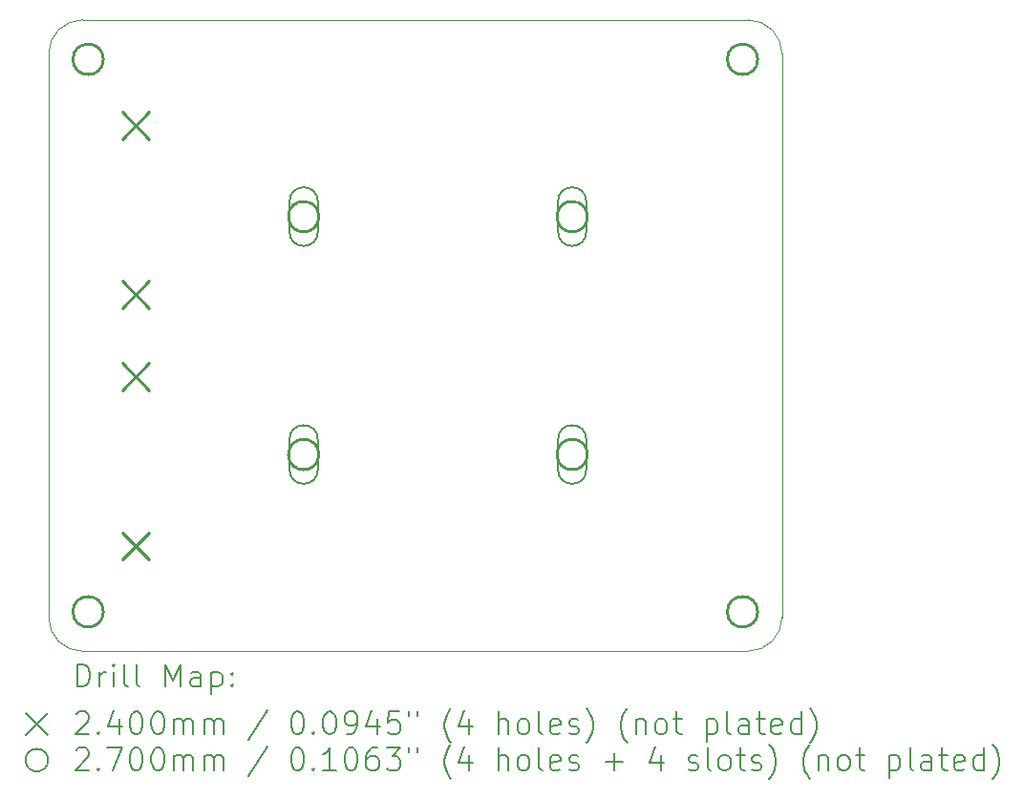
<source format=gbr>
%FSLAX45Y45*%
G04 Gerber Fmt 4.5, Leading zero omitted, Abs format (unit mm)*
G04 Created by KiCad (PCBNEW (6.0.2)) date 2022-03-15 19:16:56*
%MOMM*%
%LPD*%
G01*
G04 APERTURE LIST*
%TA.AperFunction,Profile*%
%ADD10C,0.100000*%
%TD*%
%ADD11C,0.200000*%
%ADD12C,0.240000*%
%ADD13C,0.270000*%
G04 APERTURE END LIST*
D10*
X11000000Y-5600000D02*
G75*
G03*
X10700000Y-5900000I0J-300000D01*
G01*
X10700000Y-10900000D02*
G75*
G03*
X11000000Y-11200000I300000J0D01*
G01*
X16900000Y-11200000D02*
G75*
G03*
X17200000Y-10900000I0J300000D01*
G01*
X11000000Y-11200000D02*
X16900000Y-11200000D01*
X16900000Y-5600000D02*
X11000000Y-5600000D01*
X17200000Y-10900000D02*
X17200000Y-5900000D01*
X17200000Y-5900000D02*
G75*
G03*
X16900000Y-5600000I-300000J0D01*
G01*
X10700000Y-5900000D02*
X10700000Y-10900000D01*
D11*
D12*
X11352500Y-6415833D02*
X11592500Y-6655833D01*
X11592500Y-6415833D02*
X11352500Y-6655833D01*
X11352500Y-7915833D02*
X11592500Y-8155833D01*
X11592500Y-7915833D02*
X11352500Y-8155833D01*
X11352500Y-8644167D02*
X11592500Y-8884167D01*
X11592500Y-8644167D02*
X11352500Y-8884167D01*
X11352500Y-10144167D02*
X11592500Y-10384167D01*
X11592500Y-10144167D02*
X11352500Y-10384167D01*
D13*
X11185000Y-5950000D02*
G75*
G03*
X11185000Y-5950000I-135000J0D01*
G01*
X11185000Y-10850000D02*
G75*
G03*
X11185000Y-10850000I-135000J0D01*
G01*
X13095000Y-7345000D02*
G75*
G03*
X13095000Y-7345000I-135000J0D01*
G01*
D11*
X13085000Y-7480000D02*
X13085000Y-7210000D01*
X12835000Y-7480000D02*
X12835000Y-7210000D01*
X13085000Y-7210000D02*
G75*
G03*
X12835000Y-7210000I-125000J0D01*
G01*
X12835000Y-7480000D02*
G75*
G03*
X13085000Y-7480000I125000J0D01*
G01*
D13*
X13095000Y-9455000D02*
G75*
G03*
X13095000Y-9455000I-135000J0D01*
G01*
D11*
X13085000Y-9590000D02*
X13085000Y-9320000D01*
X12835000Y-9590000D02*
X12835000Y-9320000D01*
X13085000Y-9320000D02*
G75*
G03*
X12835000Y-9320000I-125000J0D01*
G01*
X12835000Y-9590000D02*
G75*
G03*
X13085000Y-9590000I125000J0D01*
G01*
D13*
X15475000Y-7345000D02*
G75*
G03*
X15475000Y-7345000I-135000J0D01*
G01*
D11*
X15465000Y-7480000D02*
X15465000Y-7210000D01*
X15215000Y-7480000D02*
X15215000Y-7210000D01*
X15465000Y-7210000D02*
G75*
G03*
X15215000Y-7210000I-125000J0D01*
G01*
X15215000Y-7480000D02*
G75*
G03*
X15465000Y-7480000I125000J0D01*
G01*
D13*
X15475000Y-9455000D02*
G75*
G03*
X15475000Y-9455000I-135000J0D01*
G01*
D11*
X15465000Y-9590000D02*
X15465000Y-9320000D01*
X15215000Y-9590000D02*
X15215000Y-9320000D01*
X15465000Y-9320000D02*
G75*
G03*
X15215000Y-9320000I-125000J0D01*
G01*
X15215000Y-9590000D02*
G75*
G03*
X15465000Y-9590000I125000J0D01*
G01*
D13*
X16985000Y-5950000D02*
G75*
G03*
X16985000Y-5950000I-135000J0D01*
G01*
X16985000Y-10850000D02*
G75*
G03*
X16985000Y-10850000I-135000J0D01*
G01*
D11*
X10952619Y-11515476D02*
X10952619Y-11315476D01*
X11000238Y-11315476D01*
X11028810Y-11325000D01*
X11047857Y-11344048D01*
X11057381Y-11363095D01*
X11066905Y-11401190D01*
X11066905Y-11429762D01*
X11057381Y-11467857D01*
X11047857Y-11486905D01*
X11028810Y-11505952D01*
X11000238Y-11515476D01*
X10952619Y-11515476D01*
X11152619Y-11515476D02*
X11152619Y-11382143D01*
X11152619Y-11420238D02*
X11162143Y-11401190D01*
X11171667Y-11391667D01*
X11190714Y-11382143D01*
X11209762Y-11382143D01*
X11276428Y-11515476D02*
X11276428Y-11382143D01*
X11276428Y-11315476D02*
X11266905Y-11325000D01*
X11276428Y-11334524D01*
X11285952Y-11325000D01*
X11276428Y-11315476D01*
X11276428Y-11334524D01*
X11400238Y-11515476D02*
X11381190Y-11505952D01*
X11371667Y-11486905D01*
X11371667Y-11315476D01*
X11505000Y-11515476D02*
X11485952Y-11505952D01*
X11476428Y-11486905D01*
X11476428Y-11315476D01*
X11733571Y-11515476D02*
X11733571Y-11315476D01*
X11800238Y-11458333D01*
X11866905Y-11315476D01*
X11866905Y-11515476D01*
X12047857Y-11515476D02*
X12047857Y-11410714D01*
X12038333Y-11391667D01*
X12019286Y-11382143D01*
X11981190Y-11382143D01*
X11962143Y-11391667D01*
X12047857Y-11505952D02*
X12028809Y-11515476D01*
X11981190Y-11515476D01*
X11962143Y-11505952D01*
X11952619Y-11486905D01*
X11952619Y-11467857D01*
X11962143Y-11448809D01*
X11981190Y-11439286D01*
X12028809Y-11439286D01*
X12047857Y-11429762D01*
X12143095Y-11382143D02*
X12143095Y-11582143D01*
X12143095Y-11391667D02*
X12162143Y-11382143D01*
X12200238Y-11382143D01*
X12219286Y-11391667D01*
X12228809Y-11401190D01*
X12238333Y-11420238D01*
X12238333Y-11477381D01*
X12228809Y-11496428D01*
X12219286Y-11505952D01*
X12200238Y-11515476D01*
X12162143Y-11515476D01*
X12143095Y-11505952D01*
X12324048Y-11496428D02*
X12333571Y-11505952D01*
X12324048Y-11515476D01*
X12314524Y-11505952D01*
X12324048Y-11496428D01*
X12324048Y-11515476D01*
X12324048Y-11391667D02*
X12333571Y-11401190D01*
X12324048Y-11410714D01*
X12314524Y-11401190D01*
X12324048Y-11391667D01*
X12324048Y-11410714D01*
X10495000Y-11745000D02*
X10695000Y-11945000D01*
X10695000Y-11745000D02*
X10495000Y-11945000D01*
X10943095Y-11754524D02*
X10952619Y-11745000D01*
X10971667Y-11735476D01*
X11019286Y-11735476D01*
X11038333Y-11745000D01*
X11047857Y-11754524D01*
X11057381Y-11773571D01*
X11057381Y-11792619D01*
X11047857Y-11821190D01*
X10933571Y-11935476D01*
X11057381Y-11935476D01*
X11143095Y-11916428D02*
X11152619Y-11925952D01*
X11143095Y-11935476D01*
X11133571Y-11925952D01*
X11143095Y-11916428D01*
X11143095Y-11935476D01*
X11324048Y-11802143D02*
X11324048Y-11935476D01*
X11276428Y-11725952D02*
X11228809Y-11868809D01*
X11352619Y-11868809D01*
X11466905Y-11735476D02*
X11485952Y-11735476D01*
X11505000Y-11745000D01*
X11514524Y-11754524D01*
X11524048Y-11773571D01*
X11533571Y-11811667D01*
X11533571Y-11859286D01*
X11524048Y-11897381D01*
X11514524Y-11916428D01*
X11505000Y-11925952D01*
X11485952Y-11935476D01*
X11466905Y-11935476D01*
X11447857Y-11925952D01*
X11438333Y-11916428D01*
X11428809Y-11897381D01*
X11419286Y-11859286D01*
X11419286Y-11811667D01*
X11428809Y-11773571D01*
X11438333Y-11754524D01*
X11447857Y-11745000D01*
X11466905Y-11735476D01*
X11657381Y-11735476D02*
X11676428Y-11735476D01*
X11695476Y-11745000D01*
X11705000Y-11754524D01*
X11714524Y-11773571D01*
X11724048Y-11811667D01*
X11724048Y-11859286D01*
X11714524Y-11897381D01*
X11705000Y-11916428D01*
X11695476Y-11925952D01*
X11676428Y-11935476D01*
X11657381Y-11935476D01*
X11638333Y-11925952D01*
X11628809Y-11916428D01*
X11619286Y-11897381D01*
X11609762Y-11859286D01*
X11609762Y-11811667D01*
X11619286Y-11773571D01*
X11628809Y-11754524D01*
X11638333Y-11745000D01*
X11657381Y-11735476D01*
X11809762Y-11935476D02*
X11809762Y-11802143D01*
X11809762Y-11821190D02*
X11819286Y-11811667D01*
X11838333Y-11802143D01*
X11866905Y-11802143D01*
X11885952Y-11811667D01*
X11895476Y-11830714D01*
X11895476Y-11935476D01*
X11895476Y-11830714D02*
X11905000Y-11811667D01*
X11924048Y-11802143D01*
X11952619Y-11802143D01*
X11971667Y-11811667D01*
X11981190Y-11830714D01*
X11981190Y-11935476D01*
X12076428Y-11935476D02*
X12076428Y-11802143D01*
X12076428Y-11821190D02*
X12085952Y-11811667D01*
X12105000Y-11802143D01*
X12133571Y-11802143D01*
X12152619Y-11811667D01*
X12162143Y-11830714D01*
X12162143Y-11935476D01*
X12162143Y-11830714D02*
X12171667Y-11811667D01*
X12190714Y-11802143D01*
X12219286Y-11802143D01*
X12238333Y-11811667D01*
X12247857Y-11830714D01*
X12247857Y-11935476D01*
X12638333Y-11725952D02*
X12466905Y-11983095D01*
X12895476Y-11735476D02*
X12914524Y-11735476D01*
X12933571Y-11745000D01*
X12943095Y-11754524D01*
X12952619Y-11773571D01*
X12962143Y-11811667D01*
X12962143Y-11859286D01*
X12952619Y-11897381D01*
X12943095Y-11916428D01*
X12933571Y-11925952D01*
X12914524Y-11935476D01*
X12895476Y-11935476D01*
X12876428Y-11925952D01*
X12866905Y-11916428D01*
X12857381Y-11897381D01*
X12847857Y-11859286D01*
X12847857Y-11811667D01*
X12857381Y-11773571D01*
X12866905Y-11754524D01*
X12876428Y-11745000D01*
X12895476Y-11735476D01*
X13047857Y-11916428D02*
X13057381Y-11925952D01*
X13047857Y-11935476D01*
X13038333Y-11925952D01*
X13047857Y-11916428D01*
X13047857Y-11935476D01*
X13181190Y-11735476D02*
X13200238Y-11735476D01*
X13219286Y-11745000D01*
X13228809Y-11754524D01*
X13238333Y-11773571D01*
X13247857Y-11811667D01*
X13247857Y-11859286D01*
X13238333Y-11897381D01*
X13228809Y-11916428D01*
X13219286Y-11925952D01*
X13200238Y-11935476D01*
X13181190Y-11935476D01*
X13162143Y-11925952D01*
X13152619Y-11916428D01*
X13143095Y-11897381D01*
X13133571Y-11859286D01*
X13133571Y-11811667D01*
X13143095Y-11773571D01*
X13152619Y-11754524D01*
X13162143Y-11745000D01*
X13181190Y-11735476D01*
X13343095Y-11935476D02*
X13381190Y-11935476D01*
X13400238Y-11925952D01*
X13409762Y-11916428D01*
X13428809Y-11887857D01*
X13438333Y-11849762D01*
X13438333Y-11773571D01*
X13428809Y-11754524D01*
X13419286Y-11745000D01*
X13400238Y-11735476D01*
X13362143Y-11735476D01*
X13343095Y-11745000D01*
X13333571Y-11754524D01*
X13324048Y-11773571D01*
X13324048Y-11821190D01*
X13333571Y-11840238D01*
X13343095Y-11849762D01*
X13362143Y-11859286D01*
X13400238Y-11859286D01*
X13419286Y-11849762D01*
X13428809Y-11840238D01*
X13438333Y-11821190D01*
X13609762Y-11802143D02*
X13609762Y-11935476D01*
X13562143Y-11725952D02*
X13514524Y-11868809D01*
X13638333Y-11868809D01*
X13809762Y-11735476D02*
X13714524Y-11735476D01*
X13705000Y-11830714D01*
X13714524Y-11821190D01*
X13733571Y-11811667D01*
X13781190Y-11811667D01*
X13800238Y-11821190D01*
X13809762Y-11830714D01*
X13819286Y-11849762D01*
X13819286Y-11897381D01*
X13809762Y-11916428D01*
X13800238Y-11925952D01*
X13781190Y-11935476D01*
X13733571Y-11935476D01*
X13714524Y-11925952D01*
X13705000Y-11916428D01*
X13895476Y-11735476D02*
X13895476Y-11773571D01*
X13971667Y-11735476D02*
X13971667Y-11773571D01*
X14266905Y-12011667D02*
X14257381Y-12002143D01*
X14238333Y-11973571D01*
X14228809Y-11954524D01*
X14219286Y-11925952D01*
X14209762Y-11878333D01*
X14209762Y-11840238D01*
X14219286Y-11792619D01*
X14228809Y-11764048D01*
X14238333Y-11745000D01*
X14257381Y-11716428D01*
X14266905Y-11706905D01*
X14428809Y-11802143D02*
X14428809Y-11935476D01*
X14381190Y-11725952D02*
X14333571Y-11868809D01*
X14457381Y-11868809D01*
X14685952Y-11935476D02*
X14685952Y-11735476D01*
X14771667Y-11935476D02*
X14771667Y-11830714D01*
X14762143Y-11811667D01*
X14743095Y-11802143D01*
X14714524Y-11802143D01*
X14695476Y-11811667D01*
X14685952Y-11821190D01*
X14895476Y-11935476D02*
X14876428Y-11925952D01*
X14866905Y-11916428D01*
X14857381Y-11897381D01*
X14857381Y-11840238D01*
X14866905Y-11821190D01*
X14876428Y-11811667D01*
X14895476Y-11802143D01*
X14924048Y-11802143D01*
X14943095Y-11811667D01*
X14952619Y-11821190D01*
X14962143Y-11840238D01*
X14962143Y-11897381D01*
X14952619Y-11916428D01*
X14943095Y-11925952D01*
X14924048Y-11935476D01*
X14895476Y-11935476D01*
X15076428Y-11935476D02*
X15057381Y-11925952D01*
X15047857Y-11906905D01*
X15047857Y-11735476D01*
X15228809Y-11925952D02*
X15209762Y-11935476D01*
X15171667Y-11935476D01*
X15152619Y-11925952D01*
X15143095Y-11906905D01*
X15143095Y-11830714D01*
X15152619Y-11811667D01*
X15171667Y-11802143D01*
X15209762Y-11802143D01*
X15228809Y-11811667D01*
X15238333Y-11830714D01*
X15238333Y-11849762D01*
X15143095Y-11868809D01*
X15314524Y-11925952D02*
X15333571Y-11935476D01*
X15371667Y-11935476D01*
X15390714Y-11925952D01*
X15400238Y-11906905D01*
X15400238Y-11897381D01*
X15390714Y-11878333D01*
X15371667Y-11868809D01*
X15343095Y-11868809D01*
X15324048Y-11859286D01*
X15314524Y-11840238D01*
X15314524Y-11830714D01*
X15324048Y-11811667D01*
X15343095Y-11802143D01*
X15371667Y-11802143D01*
X15390714Y-11811667D01*
X15466905Y-12011667D02*
X15476428Y-12002143D01*
X15495476Y-11973571D01*
X15505000Y-11954524D01*
X15514524Y-11925952D01*
X15524048Y-11878333D01*
X15524048Y-11840238D01*
X15514524Y-11792619D01*
X15505000Y-11764048D01*
X15495476Y-11745000D01*
X15476428Y-11716428D01*
X15466905Y-11706905D01*
X15828809Y-12011667D02*
X15819286Y-12002143D01*
X15800238Y-11973571D01*
X15790714Y-11954524D01*
X15781190Y-11925952D01*
X15771667Y-11878333D01*
X15771667Y-11840238D01*
X15781190Y-11792619D01*
X15790714Y-11764048D01*
X15800238Y-11745000D01*
X15819286Y-11716428D01*
X15828809Y-11706905D01*
X15905000Y-11802143D02*
X15905000Y-11935476D01*
X15905000Y-11821190D02*
X15914524Y-11811667D01*
X15933571Y-11802143D01*
X15962143Y-11802143D01*
X15981190Y-11811667D01*
X15990714Y-11830714D01*
X15990714Y-11935476D01*
X16114524Y-11935476D02*
X16095476Y-11925952D01*
X16085952Y-11916428D01*
X16076428Y-11897381D01*
X16076428Y-11840238D01*
X16085952Y-11821190D01*
X16095476Y-11811667D01*
X16114524Y-11802143D01*
X16143095Y-11802143D01*
X16162143Y-11811667D01*
X16171667Y-11821190D01*
X16181190Y-11840238D01*
X16181190Y-11897381D01*
X16171667Y-11916428D01*
X16162143Y-11925952D01*
X16143095Y-11935476D01*
X16114524Y-11935476D01*
X16238333Y-11802143D02*
X16314524Y-11802143D01*
X16266905Y-11735476D02*
X16266905Y-11906905D01*
X16276428Y-11925952D01*
X16295476Y-11935476D01*
X16314524Y-11935476D01*
X16533571Y-11802143D02*
X16533571Y-12002143D01*
X16533571Y-11811667D02*
X16552619Y-11802143D01*
X16590714Y-11802143D01*
X16609762Y-11811667D01*
X16619286Y-11821190D01*
X16628809Y-11840238D01*
X16628809Y-11897381D01*
X16619286Y-11916428D01*
X16609762Y-11925952D01*
X16590714Y-11935476D01*
X16552619Y-11935476D01*
X16533571Y-11925952D01*
X16743095Y-11935476D02*
X16724048Y-11925952D01*
X16714524Y-11906905D01*
X16714524Y-11735476D01*
X16905000Y-11935476D02*
X16905000Y-11830714D01*
X16895476Y-11811667D01*
X16876429Y-11802143D01*
X16838333Y-11802143D01*
X16819286Y-11811667D01*
X16905000Y-11925952D02*
X16885952Y-11935476D01*
X16838333Y-11935476D01*
X16819286Y-11925952D01*
X16809762Y-11906905D01*
X16809762Y-11887857D01*
X16819286Y-11868809D01*
X16838333Y-11859286D01*
X16885952Y-11859286D01*
X16905000Y-11849762D01*
X16971667Y-11802143D02*
X17047857Y-11802143D01*
X17000238Y-11735476D02*
X17000238Y-11906905D01*
X17009762Y-11925952D01*
X17028810Y-11935476D01*
X17047857Y-11935476D01*
X17190714Y-11925952D02*
X17171667Y-11935476D01*
X17133571Y-11935476D01*
X17114524Y-11925952D01*
X17105000Y-11906905D01*
X17105000Y-11830714D01*
X17114524Y-11811667D01*
X17133571Y-11802143D01*
X17171667Y-11802143D01*
X17190714Y-11811667D01*
X17200238Y-11830714D01*
X17200238Y-11849762D01*
X17105000Y-11868809D01*
X17371667Y-11935476D02*
X17371667Y-11735476D01*
X17371667Y-11925952D02*
X17352619Y-11935476D01*
X17314524Y-11935476D01*
X17295476Y-11925952D01*
X17285952Y-11916428D01*
X17276429Y-11897381D01*
X17276429Y-11840238D01*
X17285952Y-11821190D01*
X17295476Y-11811667D01*
X17314524Y-11802143D01*
X17352619Y-11802143D01*
X17371667Y-11811667D01*
X17447857Y-12011667D02*
X17457381Y-12002143D01*
X17476429Y-11973571D01*
X17485952Y-11954524D01*
X17495476Y-11925952D01*
X17505000Y-11878333D01*
X17505000Y-11840238D01*
X17495476Y-11792619D01*
X17485952Y-11764048D01*
X17476429Y-11745000D01*
X17457381Y-11716428D01*
X17447857Y-11706905D01*
X10695000Y-12165000D02*
G75*
G03*
X10695000Y-12165000I-100000J0D01*
G01*
X10943095Y-12074524D02*
X10952619Y-12065000D01*
X10971667Y-12055476D01*
X11019286Y-12055476D01*
X11038333Y-12065000D01*
X11047857Y-12074524D01*
X11057381Y-12093571D01*
X11057381Y-12112619D01*
X11047857Y-12141190D01*
X10933571Y-12255476D01*
X11057381Y-12255476D01*
X11143095Y-12236428D02*
X11152619Y-12245952D01*
X11143095Y-12255476D01*
X11133571Y-12245952D01*
X11143095Y-12236428D01*
X11143095Y-12255476D01*
X11219286Y-12055476D02*
X11352619Y-12055476D01*
X11266905Y-12255476D01*
X11466905Y-12055476D02*
X11485952Y-12055476D01*
X11505000Y-12065000D01*
X11514524Y-12074524D01*
X11524048Y-12093571D01*
X11533571Y-12131667D01*
X11533571Y-12179286D01*
X11524048Y-12217381D01*
X11514524Y-12236428D01*
X11505000Y-12245952D01*
X11485952Y-12255476D01*
X11466905Y-12255476D01*
X11447857Y-12245952D01*
X11438333Y-12236428D01*
X11428809Y-12217381D01*
X11419286Y-12179286D01*
X11419286Y-12131667D01*
X11428809Y-12093571D01*
X11438333Y-12074524D01*
X11447857Y-12065000D01*
X11466905Y-12055476D01*
X11657381Y-12055476D02*
X11676428Y-12055476D01*
X11695476Y-12065000D01*
X11705000Y-12074524D01*
X11714524Y-12093571D01*
X11724048Y-12131667D01*
X11724048Y-12179286D01*
X11714524Y-12217381D01*
X11705000Y-12236428D01*
X11695476Y-12245952D01*
X11676428Y-12255476D01*
X11657381Y-12255476D01*
X11638333Y-12245952D01*
X11628809Y-12236428D01*
X11619286Y-12217381D01*
X11609762Y-12179286D01*
X11609762Y-12131667D01*
X11619286Y-12093571D01*
X11628809Y-12074524D01*
X11638333Y-12065000D01*
X11657381Y-12055476D01*
X11809762Y-12255476D02*
X11809762Y-12122143D01*
X11809762Y-12141190D02*
X11819286Y-12131667D01*
X11838333Y-12122143D01*
X11866905Y-12122143D01*
X11885952Y-12131667D01*
X11895476Y-12150714D01*
X11895476Y-12255476D01*
X11895476Y-12150714D02*
X11905000Y-12131667D01*
X11924048Y-12122143D01*
X11952619Y-12122143D01*
X11971667Y-12131667D01*
X11981190Y-12150714D01*
X11981190Y-12255476D01*
X12076428Y-12255476D02*
X12076428Y-12122143D01*
X12076428Y-12141190D02*
X12085952Y-12131667D01*
X12105000Y-12122143D01*
X12133571Y-12122143D01*
X12152619Y-12131667D01*
X12162143Y-12150714D01*
X12162143Y-12255476D01*
X12162143Y-12150714D02*
X12171667Y-12131667D01*
X12190714Y-12122143D01*
X12219286Y-12122143D01*
X12238333Y-12131667D01*
X12247857Y-12150714D01*
X12247857Y-12255476D01*
X12638333Y-12045952D02*
X12466905Y-12303095D01*
X12895476Y-12055476D02*
X12914524Y-12055476D01*
X12933571Y-12065000D01*
X12943095Y-12074524D01*
X12952619Y-12093571D01*
X12962143Y-12131667D01*
X12962143Y-12179286D01*
X12952619Y-12217381D01*
X12943095Y-12236428D01*
X12933571Y-12245952D01*
X12914524Y-12255476D01*
X12895476Y-12255476D01*
X12876428Y-12245952D01*
X12866905Y-12236428D01*
X12857381Y-12217381D01*
X12847857Y-12179286D01*
X12847857Y-12131667D01*
X12857381Y-12093571D01*
X12866905Y-12074524D01*
X12876428Y-12065000D01*
X12895476Y-12055476D01*
X13047857Y-12236428D02*
X13057381Y-12245952D01*
X13047857Y-12255476D01*
X13038333Y-12245952D01*
X13047857Y-12236428D01*
X13047857Y-12255476D01*
X13247857Y-12255476D02*
X13133571Y-12255476D01*
X13190714Y-12255476D02*
X13190714Y-12055476D01*
X13171667Y-12084048D01*
X13152619Y-12103095D01*
X13133571Y-12112619D01*
X13371667Y-12055476D02*
X13390714Y-12055476D01*
X13409762Y-12065000D01*
X13419286Y-12074524D01*
X13428809Y-12093571D01*
X13438333Y-12131667D01*
X13438333Y-12179286D01*
X13428809Y-12217381D01*
X13419286Y-12236428D01*
X13409762Y-12245952D01*
X13390714Y-12255476D01*
X13371667Y-12255476D01*
X13352619Y-12245952D01*
X13343095Y-12236428D01*
X13333571Y-12217381D01*
X13324048Y-12179286D01*
X13324048Y-12131667D01*
X13333571Y-12093571D01*
X13343095Y-12074524D01*
X13352619Y-12065000D01*
X13371667Y-12055476D01*
X13609762Y-12055476D02*
X13571667Y-12055476D01*
X13552619Y-12065000D01*
X13543095Y-12074524D01*
X13524048Y-12103095D01*
X13514524Y-12141190D01*
X13514524Y-12217381D01*
X13524048Y-12236428D01*
X13533571Y-12245952D01*
X13552619Y-12255476D01*
X13590714Y-12255476D01*
X13609762Y-12245952D01*
X13619286Y-12236428D01*
X13628809Y-12217381D01*
X13628809Y-12169762D01*
X13619286Y-12150714D01*
X13609762Y-12141190D01*
X13590714Y-12131667D01*
X13552619Y-12131667D01*
X13533571Y-12141190D01*
X13524048Y-12150714D01*
X13514524Y-12169762D01*
X13695476Y-12055476D02*
X13819286Y-12055476D01*
X13752619Y-12131667D01*
X13781190Y-12131667D01*
X13800238Y-12141190D01*
X13809762Y-12150714D01*
X13819286Y-12169762D01*
X13819286Y-12217381D01*
X13809762Y-12236428D01*
X13800238Y-12245952D01*
X13781190Y-12255476D01*
X13724048Y-12255476D01*
X13705000Y-12245952D01*
X13695476Y-12236428D01*
X13895476Y-12055476D02*
X13895476Y-12093571D01*
X13971667Y-12055476D02*
X13971667Y-12093571D01*
X14266905Y-12331667D02*
X14257381Y-12322143D01*
X14238333Y-12293571D01*
X14228809Y-12274524D01*
X14219286Y-12245952D01*
X14209762Y-12198333D01*
X14209762Y-12160238D01*
X14219286Y-12112619D01*
X14228809Y-12084048D01*
X14238333Y-12065000D01*
X14257381Y-12036428D01*
X14266905Y-12026905D01*
X14428809Y-12122143D02*
X14428809Y-12255476D01*
X14381190Y-12045952D02*
X14333571Y-12188809D01*
X14457381Y-12188809D01*
X14685952Y-12255476D02*
X14685952Y-12055476D01*
X14771667Y-12255476D02*
X14771667Y-12150714D01*
X14762143Y-12131667D01*
X14743095Y-12122143D01*
X14714524Y-12122143D01*
X14695476Y-12131667D01*
X14685952Y-12141190D01*
X14895476Y-12255476D02*
X14876428Y-12245952D01*
X14866905Y-12236428D01*
X14857381Y-12217381D01*
X14857381Y-12160238D01*
X14866905Y-12141190D01*
X14876428Y-12131667D01*
X14895476Y-12122143D01*
X14924048Y-12122143D01*
X14943095Y-12131667D01*
X14952619Y-12141190D01*
X14962143Y-12160238D01*
X14962143Y-12217381D01*
X14952619Y-12236428D01*
X14943095Y-12245952D01*
X14924048Y-12255476D01*
X14895476Y-12255476D01*
X15076428Y-12255476D02*
X15057381Y-12245952D01*
X15047857Y-12226905D01*
X15047857Y-12055476D01*
X15228809Y-12245952D02*
X15209762Y-12255476D01*
X15171667Y-12255476D01*
X15152619Y-12245952D01*
X15143095Y-12226905D01*
X15143095Y-12150714D01*
X15152619Y-12131667D01*
X15171667Y-12122143D01*
X15209762Y-12122143D01*
X15228809Y-12131667D01*
X15238333Y-12150714D01*
X15238333Y-12169762D01*
X15143095Y-12188809D01*
X15314524Y-12245952D02*
X15333571Y-12255476D01*
X15371667Y-12255476D01*
X15390714Y-12245952D01*
X15400238Y-12226905D01*
X15400238Y-12217381D01*
X15390714Y-12198333D01*
X15371667Y-12188809D01*
X15343095Y-12188809D01*
X15324048Y-12179286D01*
X15314524Y-12160238D01*
X15314524Y-12150714D01*
X15324048Y-12131667D01*
X15343095Y-12122143D01*
X15371667Y-12122143D01*
X15390714Y-12131667D01*
X15638333Y-12179286D02*
X15790714Y-12179286D01*
X15714524Y-12255476D02*
X15714524Y-12103095D01*
X16124048Y-12122143D02*
X16124048Y-12255476D01*
X16076428Y-12045952D02*
X16028809Y-12188809D01*
X16152619Y-12188809D01*
X16371667Y-12245952D02*
X16390714Y-12255476D01*
X16428809Y-12255476D01*
X16447857Y-12245952D01*
X16457381Y-12226905D01*
X16457381Y-12217381D01*
X16447857Y-12198333D01*
X16428809Y-12188809D01*
X16400238Y-12188809D01*
X16381190Y-12179286D01*
X16371667Y-12160238D01*
X16371667Y-12150714D01*
X16381190Y-12131667D01*
X16400238Y-12122143D01*
X16428809Y-12122143D01*
X16447857Y-12131667D01*
X16571667Y-12255476D02*
X16552619Y-12245952D01*
X16543095Y-12226905D01*
X16543095Y-12055476D01*
X16676428Y-12255476D02*
X16657381Y-12245952D01*
X16647857Y-12236428D01*
X16638333Y-12217381D01*
X16638333Y-12160238D01*
X16647857Y-12141190D01*
X16657381Y-12131667D01*
X16676428Y-12122143D01*
X16705000Y-12122143D01*
X16724048Y-12131667D01*
X16733571Y-12141190D01*
X16743095Y-12160238D01*
X16743095Y-12217381D01*
X16733571Y-12236428D01*
X16724048Y-12245952D01*
X16705000Y-12255476D01*
X16676428Y-12255476D01*
X16800238Y-12122143D02*
X16876429Y-12122143D01*
X16828810Y-12055476D02*
X16828810Y-12226905D01*
X16838333Y-12245952D01*
X16857381Y-12255476D01*
X16876429Y-12255476D01*
X16933571Y-12245952D02*
X16952619Y-12255476D01*
X16990714Y-12255476D01*
X17009762Y-12245952D01*
X17019286Y-12226905D01*
X17019286Y-12217381D01*
X17009762Y-12198333D01*
X16990714Y-12188809D01*
X16962143Y-12188809D01*
X16943095Y-12179286D01*
X16933571Y-12160238D01*
X16933571Y-12150714D01*
X16943095Y-12131667D01*
X16962143Y-12122143D01*
X16990714Y-12122143D01*
X17009762Y-12131667D01*
X17085952Y-12331667D02*
X17095476Y-12322143D01*
X17114524Y-12293571D01*
X17124048Y-12274524D01*
X17133571Y-12245952D01*
X17143095Y-12198333D01*
X17143095Y-12160238D01*
X17133571Y-12112619D01*
X17124048Y-12084048D01*
X17114524Y-12065000D01*
X17095476Y-12036428D01*
X17085952Y-12026905D01*
X17447857Y-12331667D02*
X17438333Y-12322143D01*
X17419286Y-12293571D01*
X17409762Y-12274524D01*
X17400238Y-12245952D01*
X17390714Y-12198333D01*
X17390714Y-12160238D01*
X17400238Y-12112619D01*
X17409762Y-12084048D01*
X17419286Y-12065000D01*
X17438333Y-12036428D01*
X17447857Y-12026905D01*
X17524048Y-12122143D02*
X17524048Y-12255476D01*
X17524048Y-12141190D02*
X17533571Y-12131667D01*
X17552619Y-12122143D01*
X17581190Y-12122143D01*
X17600238Y-12131667D01*
X17609762Y-12150714D01*
X17609762Y-12255476D01*
X17733571Y-12255476D02*
X17714524Y-12245952D01*
X17705000Y-12236428D01*
X17695476Y-12217381D01*
X17695476Y-12160238D01*
X17705000Y-12141190D01*
X17714524Y-12131667D01*
X17733571Y-12122143D01*
X17762143Y-12122143D01*
X17781190Y-12131667D01*
X17790714Y-12141190D01*
X17800238Y-12160238D01*
X17800238Y-12217381D01*
X17790714Y-12236428D01*
X17781190Y-12245952D01*
X17762143Y-12255476D01*
X17733571Y-12255476D01*
X17857381Y-12122143D02*
X17933571Y-12122143D01*
X17885952Y-12055476D02*
X17885952Y-12226905D01*
X17895476Y-12245952D01*
X17914524Y-12255476D01*
X17933571Y-12255476D01*
X18152619Y-12122143D02*
X18152619Y-12322143D01*
X18152619Y-12131667D02*
X18171667Y-12122143D01*
X18209762Y-12122143D01*
X18228810Y-12131667D01*
X18238333Y-12141190D01*
X18247857Y-12160238D01*
X18247857Y-12217381D01*
X18238333Y-12236428D01*
X18228810Y-12245952D01*
X18209762Y-12255476D01*
X18171667Y-12255476D01*
X18152619Y-12245952D01*
X18362143Y-12255476D02*
X18343095Y-12245952D01*
X18333571Y-12226905D01*
X18333571Y-12055476D01*
X18524048Y-12255476D02*
X18524048Y-12150714D01*
X18514524Y-12131667D01*
X18495476Y-12122143D01*
X18457381Y-12122143D01*
X18438333Y-12131667D01*
X18524048Y-12245952D02*
X18505000Y-12255476D01*
X18457381Y-12255476D01*
X18438333Y-12245952D01*
X18428810Y-12226905D01*
X18428810Y-12207857D01*
X18438333Y-12188809D01*
X18457381Y-12179286D01*
X18505000Y-12179286D01*
X18524048Y-12169762D01*
X18590714Y-12122143D02*
X18666905Y-12122143D01*
X18619286Y-12055476D02*
X18619286Y-12226905D01*
X18628810Y-12245952D01*
X18647857Y-12255476D01*
X18666905Y-12255476D01*
X18809762Y-12245952D02*
X18790714Y-12255476D01*
X18752619Y-12255476D01*
X18733571Y-12245952D01*
X18724048Y-12226905D01*
X18724048Y-12150714D01*
X18733571Y-12131667D01*
X18752619Y-12122143D01*
X18790714Y-12122143D01*
X18809762Y-12131667D01*
X18819286Y-12150714D01*
X18819286Y-12169762D01*
X18724048Y-12188809D01*
X18990714Y-12255476D02*
X18990714Y-12055476D01*
X18990714Y-12245952D02*
X18971667Y-12255476D01*
X18933571Y-12255476D01*
X18914524Y-12245952D01*
X18905000Y-12236428D01*
X18895476Y-12217381D01*
X18895476Y-12160238D01*
X18905000Y-12141190D01*
X18914524Y-12131667D01*
X18933571Y-12122143D01*
X18971667Y-12122143D01*
X18990714Y-12131667D01*
X19066905Y-12331667D02*
X19076429Y-12322143D01*
X19095476Y-12293571D01*
X19105000Y-12274524D01*
X19114524Y-12245952D01*
X19124048Y-12198333D01*
X19124048Y-12160238D01*
X19114524Y-12112619D01*
X19105000Y-12084048D01*
X19095476Y-12065000D01*
X19076429Y-12036428D01*
X19066905Y-12026905D01*
M02*

</source>
